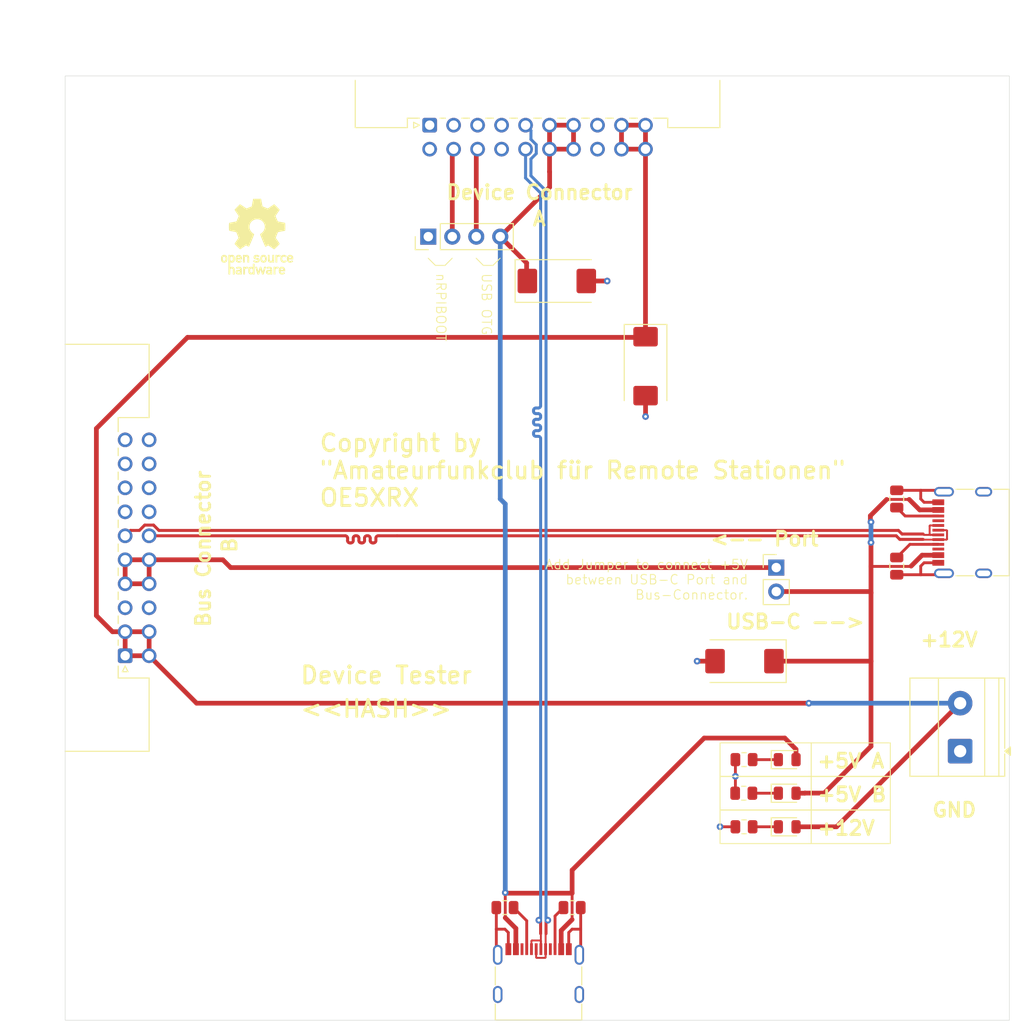
<source format=kicad_pcb>
(kicad_pcb (version 20241229) (generator "pcbnew") (generator_version "9.0")
  (title_block (title "Device Tester") (rev "<<HASH>>") (company "Amateurfunkclub für Remote Stationen") (comment 1 "JLC04161H-7628"))
  (layers (0 "F.Cu" signal) (4 "In1.Cu" power) (6 "In2.Cu" power) (2 "B.Cu" signal) (13 "F.Paste" user) (15 "B.Paste" user) (5 "F.SilkS" user "F.Silkscreen") (7 "B.SilkS" user "B.Silkscreen") (1 "F.Mask" user) (3 "B.Mask" user) (25 "Edge.Cuts" user))
  (net 0 "")
  (net 1 "+12V")
  (net 2 "Net-(D101-K)")
  (net 3 "Net-(D201-K)")
  (net 4 "+5V_A")
  (net 5 "Net-(D301-K)")
  (net 6 "+5V_B")
  (net 7 "GND")
  (net 8 "/Device Tester Connector/USB+")
  (net 9 "/Device Tester Connector/USB-")
  (net 10 "/Device Tester Connector/CC1")
  (net 11 "/Device Tester Connector/CC2")
  (net 12 "/Device Tester Connector/nRPIBOOT")
  (net 13 "/Device Tester Connector/USB_OTG_ID")
  (net 14 "/Bus Tester Connector/USB-")
  (net 15 "/Bus Tester Connector/USB+")
  (net 16 "/Bus Tester Connector/CC1")
  (net 17 "/Bus Tester Connector/CC2")
  (net 32 "Net-(J302-Pin_a4)")
  (footprint "Connector_PinHeader_2.54mm:PinHeader_1x02_P2.54mm_Vertical" (layer "F.Cu") (at 155.515 93.627)
    (property "Reference" "J303" (hide yes))
    (property "Value" "Conn_01x02_Pin" (hide yes))
    (pad "1" thru_hole rect (at 0 0) (size 1.7 1.7) (drill 1) (layers "*.Cu" "*.Mask") (net 32 "Net-(J302-Pin_a4)"))
    (pad "2" thru_hole circle (at 0 2.54) (size 1.7 1.7) (drill 1) (layers "*.Cu" "*.Mask") (net 6 "+5V_B"))
  )
  (footprint "MountingHole:MountingHole_3.2mm_M3" (layer "F.Cu") (at 85.204 49.062)
    (property "Reference" "H101" (hide yes))
    (property "Value" "MountingHole" (hide yes))
    (pad "" np_thru_hole circle (at 0 0) (size 3.2 3.2) (drill 3.2) (layers "*.Cu" "*.Mask"))
  )
  (footprint "Connector_USB:USB_C_Receptacle_G-Switch_GT-USB-7010ASV" (layer "F.Cu") (at 176.404 89.916 90)
    (property "Reference" "J301" (hide yes))
    (property "Value" "USB_C_Receptacle_USB2.0_16P" (hide yes))
    (pad "" np_thru_hole circle (at -2.89 -2.605 90) (size 0.65 0.65) (drill 0.65) (layers "*.Cu" "*.Mask"))
    (pad "" np_thru_hole circle (at 2.89 -2.605 90) (size 0.65 0.65) (drill 0.65) (layers "*.Cu" "*.Mask"))
    (pad "A1" smd rect (at -3.2 -3.725 90) (size 0.6 1.24) (layers "F.Cu" "F.Mask" "F.Paste") (net 7 "GND"))
    (pad "A4" smd rect (at -2.4 -3.725 90) (size 0.6 1.24) (layers "F.Cu" "F.Mask" "F.Paste") (net 6 "+5V_B"))
    (pad "A5" smd rect (at -1.25 -3.725 90) (size 0.3 1.24) (layers "F.Cu" "F.Mask" "F.Paste") (net 16 "/Bus Tester Connector/CC1"))
    (pad "A6" smd rect (at -0.25 -3.725 90) (size 0.3 1.24) (layers "F.Cu" "F.Mask" "F.Paste") (net 15 "/Bus Tester Connector/USB+"))
    (pad "A7" smd rect (at 0.25 -3.725 90) (size 0.3 1.24) (layers "F.Cu" "F.Mask" "F.Paste") (net 14 "/Bus Tester Connector/USB-"))
    (pad "A8" smd rect (at 1.25 -3.725 90) (size 0.3 1.24) (layers "F.Cu" "F.Mask" "F.Paste"))
    (pad "A9" smd rect (at 2.4 -3.725 90) (size 0.6 1.24) (layers "F.Cu" "F.Mask" "F.Paste") (net 6 "+5V_B"))
    (pad "A12" smd rect (at 3.2 -3.725 90) (size 0.6 1.24) (layers "F.Cu" "F.Mask" "F.Paste") (net 7 "GND"))
    (pad "B1" smd rect (at 3.2 -3.725 90) (size 0.6 1.24) (layers "F.Cu" "F.Mask" "F.Paste") (net 7 "GND"))
    (pad "B4" smd rect (at 2.4 -3.725 90) (size 0.6 1.24) (layers "F.Cu" "F.Mask" "F.Paste") (net 6 "+5V_B"))
    (pad "B5" smd rect (at 1.75 -3.725 90) (size 0.3 1.24) (layers "F.Cu" "F.Mask" "F.Paste") (net 17 "/Bus Tester Connector/CC2"))
    (pad "B6" smd rect (at 0.75 -3.725 90) (size 0.3 1.24) (layers "F.Cu" "F.Mask" "F.Paste") (net 15 "/Bus Tester Connector/USB+"))
    (pad "B7" smd rect (at -0.75 -3.725 90) (size 0.3 1.24) (layers "F.Cu" "F.Mask" "F.Paste") (net 14 "/Bus Tester Connector/USB-"))
    (pad "B8" smd rect (at -1.75 -3.725 90) (size 0.3 1.24) (layers "F.Cu" "F.Mask" "F.Paste"))
    (pad "B9" smd rect (at -2.4 -3.725 90) (size 0.6 1.24) (layers "F.Cu" "F.Mask" "F.Paste") (net 6 "+5V_B"))
    (pad "B12" smd rect (at -3.2 -3.725 90) (size 0.6 1.24) (layers "F.Cu" "F.Mask" "F.Paste") (net 7 "GND"))
    (pad "S1" thru_hole oval (at -4.32 -3.125 90) (size 1 2.1) (drill oval 0.6 1.7) (layers "*.Cu" "*.Mask") (net 7 "GND"))
    (pad "S1" thru_hole oval (at -4.32 1.075 90) (size 1 1.8) (drill oval 0.6 1.4) (layers "*.Cu" "*.Mask") (net 7 "GND"))
    (pad "S1" thru_hole oval (at 4.32 -3.125 90) (size 1 2.1) (drill oval 0.6 1.7) (layers "*.Cu" "*.Mask") (net 7 "GND"))
    (pad "S1" thru_hole oval (at 4.32 1.075 90) (size 1 1.8) (drill oval 0.6 1.4) (layers "*.Cu" "*.Mask") (net 7 "GND"))
  )
  (footprint "Connector_PinHeader_2.54mm:PinHeader_1x04_P2.54mm_Vertical" (layer "F.Cu") (at 118.662 58.58 90)
    (property "Reference" "J202" (hide yes))
    (property "Value" "Conn_01x04" (hide yes))
    (pad "1" thru_hole rect (at 0 0 90) (size 1.7 1.7) (drill 1) (layers "*.Cu" "*.Mask") (net 7 "GND"))
    (pad "2" thru_hole circle (at 0 2.54 90) (size 1.7 1.7) (drill 1) (layers "*.Cu" "*.Mask") (net 12 "/Device Tester Connector/nRPIBOOT"))
    (pad "3" thru_hole circle (at 0 5.08 90) (size 1.7 1.7) (drill 1) (layers "*.Cu" "*.Mask") (net 13 "/Device Tester Connector/USB_OTG_ID"))
    (pad "4" thru_hole circle (at 0 7.62 90) (size 1.7 1.7) (drill 1) (layers "*.Cu" "*.Mask") (net 4 "+5V_A"))
  )
  (footprint "Capacitor_Tantalum_SMD:CP_EIA-7343-43_Kemet-X" (layer "F.Cu") (at 141.672 72.296 -90)
    (property "Reference" "C101" (hide yes))
    (property "Value" "100u / 25V" (hide yes))
    (pad "1" smd roundrect (at -3.12 0 270) (size 2.07 2.59) (layers "F.Cu" "F.Mask" "F.Paste") (roundrect_rratio 0.120773) (net 1 "+12V"))
    (pad "2" smd roundrect (at 3.12 0 270) (size 2.07 2.59) (layers "F.Cu" "F.Mask" "F.Paste") (roundrect_rratio 0.120773) (net 7 "GND"))
  )
  (footprint "MountingHole:MountingHole_3.2mm_M3" (layer "F.Cu") (at 175.204 134.062)
    (property "Reference" "H104" (hide yes))
    (property "Value" "MountingHole" (hide yes))
    (pad "" np_thru_hole circle (at 0 0) (size 3.2 3.2) (drill 3.2) (layers "*.Cu" "*.Mask"))
  )
  (footprint "PRJ:PCN10C-20S-2.54DS" (layer "F.Cu") (at 86.554 102.962 90)
    (property "Reference" "J302" (hide yes))
    (property "Value" "Conn_02x10_Row_Letter_First" (hide yes))
    (pad "" np_thru_hole circle (at -7.62 -2.54 90) (size 2.85 2.85) (drill 2.85) (layers "F&B.Cu" "*.Mask"))
    (pad "" np_thru_hole circle (at 30.48 -2.54 90) (size 2.85 2.85) (drill 2.85) (layers "F&B.Cu" "*.Mask"))
    (pad "a1" thru_hole roundrect (at 0 0 90) (size 1.55 1.55) (drill 1) (layers "*.Cu" "*.Mask") (roundrect_rratio 0.16129) (net 1 "+12V"))
    (pad "a2" thru_hole circle (at 2.54 0 90) (size 1.55 1.55) (drill 1) (layers "*.Cu" "*.Mask") (net 1 "+12V"))
    (pad "a3" thru_hole circle (at 5.08 0 90) (size 1.55 1.55) (drill 1) (layers "*.Cu" "*.Mask") (net 7 "GND"))
    (pad "a4" thru_hole circle (at 7.62 0 90) (size 1.55 1.55) (drill 1) (layers "*.Cu" "*.Mask") (net 32 "Net-(J302-Pin_a4)"))
    (pad "a5" thru_hole circle (at 10.16 0 90) (size 1.55 1.55) (drill 1) (layers "*.Cu" "*.Mask") (net 32 "Net-(J302-Pin_a4)"))
    (pad "a6" thru_hole circle (at 12.7 0 90) (size 1.55 1.55) (drill 1) (layers "*.Cu" "*.Mask") (net 15 "/Bus Tester Connector/USB+"))
    (pad "a7" thru_hole circle (at 15.24 0 90) (size 1.55 1.55) (drill 1) (layers "*.Cu" "*.Mask"))
    (pad "a8" thru_hole circle (at 17.78 0 90) (size 1.55 1.55) (drill 1) (layers "*.Cu" "*.Mask"))
    (pad "a9" thru_hole circle (at 20.32 0 90) (size 1.55 1.55) (drill 1) (layers "*.Cu" "*.Mask"))
    (pad "a10" thru_hole circle (at 22.86 0 90) (size 1.55 1.55) (drill 1) (layers "*.Cu" "*.Mask") (net 7 "GND"))
    (pad "b1" thru_hole circle (at 0 2.54 90) (size 1.55 1.55) (drill 1) (layers "*.Cu" "*.Mask") (net 1 "+12V"))
    (pad "b2" thru_hole circle (at 2.54 2.54 90) (size 1.55 1.55) (drill 1) (layers "*.Cu" "*.Mask") (net 1 "+12V"))
    (pad "b3" thru_hole circle (at 5.08 2.54 90) (size 1.55 1.55) (drill 1) (layers "*.Cu" "*.Mask") (net 7 "GND"))
    (pad "b4" thru_hole circle (at 7.62 2.54 90) (size 1.55 1.55) (drill 1) (layers "*.Cu" "*.Mask") (net 32 "Net-(J302-Pin_a4)"))
    (pad "b5" thru_hole circle (at 10.16 2.54 90) (size 1.55 1.55) (drill 1) (layers "*.Cu" "*.Mask") (net 32 "Net-(J302-Pin_a4)"))
    (pad "b6" thru_hole circle (at 12.7 2.54 90) (size 1.55 1.55) (drill 1) (layers "*.Cu" "*.Mask") (net 14 "/Bus Tester Connector/USB-"))
    (pad "b7" thru_hole circle (at 15.24 2.54 90) (size 1.55 1.55) (drill 1) (layers "*.Cu" "*.Mask"))
    (pad "b8" thru_hole circle (at 17.78 2.54 90) (size 1.55 1.55) (drill 1) (layers "*.Cu" "*.Mask"))
    (pad "b9" thru_hole circle (at 20.32 2.54 90) (size 1.55 1.55) (drill 1) (layers "*.Cu" "*.Mask"))
    (pad "b10" thru_hole circle (at 22.86 2.54 90) (size 1.55 1.55) (drill 1) (layers "*.Cu" "*.Mask") (net 7 "GND"))
  )
  (footprint "Connector_USB:USB_C_Receptacle_G-Switch_GT-USB-7010ASV" (layer "F.Cu") (at 130.336 137.762)
    (property "Reference" "J201" (hide yes))
    (property "Value" "USB_C_Receptacle_USB2.0_16P" (hide yes))
    (pad "" np_thru_hole circle (at -2.89 -2.605) (size 0.65 0.65) (drill 0.65) (layers "*.Cu" "*.Mask"))
    (pad "" np_thru_hole circle (at 2.89 -2.605) (size 0.65 0.65) (drill 0.65) (layers "*.Cu" "*.Mask"))
    (pad "A1" smd rect (at -3.2 -3.725) (size 0.6 1.24) (layers "F.Cu" "F.Mask" "F.Paste") (net 7 "GND"))
    (pad "A4" smd rect (at -2.4 -3.725) (size 0.6 1.24) (layers "F.Cu" "F.Mask" "F.Paste") (net 4 "+5V_A"))
    (pad "A5" smd rect (at -1.25 -3.725) (size 0.3 1.24) (layers "F.Cu" "F.Mask" "F.Paste") (net 10 "/Device Tester Connector/CC1"))
    (pad "A6" smd rect (at -0.25 -3.725) (size 0.3 1.24) (layers "F.Cu" "F.Mask" "F.Paste") (net 8 "/Device Tester Connector/USB+"))
    (pad "A7" smd rect (at 0.25 -3.725) (size 0.3 1.24) (layers "F.Cu" "F.Mask" "F.Paste") (net 9 "/Device Tester Connector/USB-"))
    (pad "A8" smd rect (at 1.25 -3.725) (size 0.3 1.24) (layers "F.Cu" "F.Mask" "F.Paste"))
    (pad "A9" smd rect (at 2.4 -3.725) (size 0.6 1.24) (layers "F.Cu" "F.Mask" "F.Paste") (net 4 "+5V_A"))
    (pad "A12" smd rect (at 3.2 -3.725) (size 0.6 1.24) (layers "F.Cu" "F.Mask" "F.Paste") (net 7 "GND"))
    (pad "B1" smd rect (at 3.2 -3.725) (size 0.6 1.24) (layers "F.Cu" "F.Mask" "F.Paste") (net 7 "GND"))
    (pad "B4" smd rect (at 2.4 -3.725) (size 0.6 1.24) (layers "F.Cu" "F.Mask" "F.Paste") (net 4 "+5V_A"))
    (pad "B5" smd rect (at 1.75 -3.725) (size 0.3 1.24) (layers "F.Cu" "F.Mask" "F.Paste") (net 11 "/Device Tester Connector/CC2"))
    (pad "B6" smd rect (at 0.75 -3.725) (size 0.3 1.24) (layers "F.Cu" "F.Mask" "F.Paste") (net 8 "/Device Tester Connector/USB+"))
    (pad "B7" smd rect (at -0.75 -3.725) (size 0.3 1.24) (layers "F.Cu" "F.Mask" "F.Paste") (net 9 "/Device Tester Connector/USB-"))
    (pad "B8" smd rect (at -1.75 -3.725) (size 0.3 1.24) (layers "F.Cu" "F.Mask" "F.Paste"))
    (pad "B9" smd rect (at -2.4 -3.725) (size 0.6 1.24) (layers "F.Cu" "F.Mask" "F.Paste") (net 4 "+5V_A"))
    (pad "B12" smd rect (at -3.2 -3.725) (size 0.6 1.24) (layers "F.Cu" "F.Mask" "F.Paste") (net 7 "GND"))
    (pad "S1" thru_hole oval (at -4.32 -3.125) (size 1 2.1) (drill oval 0.6 1.7) (layers "*.Cu" "*.Mask") (net 7 "GND"))
    (pad "S1" thru_hole oval (at -4.32 1.075) (size 1 1.8) (drill oval 0.6 1.4) (layers "*.Cu" "*.Mask") (net 7 "GND"))
    (pad "S1" thru_hole oval (at 4.32 -3.125) (size 1 2.1) (drill oval 0.6 1.7) (layers "*.Cu" "*.Mask") (net 7 "GND"))
    (pad "S1" thru_hole oval (at 4.32 1.075) (size 1 1.8) (drill oval 0.6 1.4) (layers "*.Cu" "*.Mask") (net 7 "GND"))
  )
  (footprint "Capacitor_Tantalum_SMD:CP_EIA-7343-43_Kemet-X" (layer "F.Cu") (at 132.274 63.279)
    (property "Reference" "C201" (hide yes))
    (property "Value" "100u / 25V" (hide yes))
    (pad "1" smd roundrect (at -3.12 0) (size 2.07 2.59) (layers "F.Cu" "F.Mask" "F.Paste") (roundrect_rratio 0.120773) (net 4 "+5V_A"))
    (pad "2" smd roundrect (at 3.12 0) (size 2.07 2.59) (layers "F.Cu" "F.Mask" "F.Paste") (roundrect_rratio 0.120773) (net 7 "GND"))
  )
  (footprint "Symbol:OSHW-Logo_7.5x8mm_SilkScreen" (layer "F.Cu") (at 100.524 58.58)
    (property "Reference" "#SYM101" (hide yes))
    (property "Value" "OSHW-Logo_7.5x8mm_SilkScreen" (hide yes))
  )
  (footprint "LED_SMD:LED_0805_2012Metric" (layer "F.Cu") (at 156.672 117.522)
    (property "Reference" "D301" (hide yes))
    (property "Value" "LED" (hide yes))
    (pad "1" smd roundrect (at -0.9375 0) (size 0.975 1.4) (layers "F.Cu" "F.Mask" "F.Paste") (net 5 "Net-(D301-K)"))
    (pad "2" smd roundrect (at 0.9375 0) (size 0.975 1.4) (layers "F.Cu" "F.Mask" "F.Paste") (net 6 "+5V_B"))
  )
  (footprint "MountingHole:MountingHole_3.2mm_M3" (layer "F.Cu") (at 85.204 134.062)
    (property "Reference" "H103" (hide yes))
    (property "Value" "MountingHole" (hide yes))
    (pad "" np_thru_hole circle (at 0 0) (size 3.2 3.2) (drill 3.2) (layers "*.Cu" "*.Mask"))
  )
  (footprint "Resistor_SMD:R_0805_2012Metric" (layer "F.Cu") (at 133.892 129.634)
    (property "Reference" "R202" (hide yes))
    (property "Value" "5k1" (hide yes))
    (pad "1" smd roundrect (at -0.9125 0) (size 1.025 1.4) (layers "F.Cu" "F.Mask" "F.Paste") (roundrect_rratio 0.243902) (net 11 "/Device Tester Connector/CC2"))
    (pad "2" smd roundrect (at 0.9125 0) (size 1.025 1.4) (layers "F.Cu" "F.Mask" "F.Paste") (roundrect_rratio 0.243902) (net 7 "GND"))
  )
  (footprint "Resistor_SMD:R_0805_2012Metric" (layer "F.Cu") (at 168.276 93.472 -90)
    (property "Reference" "R301" (hide yes))
    (property "Value" "5k1" (hide yes))
    (pad "1" smd roundrect (at -0.9125 0 270) (size 1.025 1.4) (layers "F.Cu" "F.Mask" "F.Paste") (roundrect_rratio 0.243902) (net 16 "/Bus Tester Connector/CC1"))
    (pad "2" smd roundrect (at 0.9125 0 270) (size 1.025 1.4) (layers "F.Cu" "F.Mask" "F.Paste") (roundrect_rratio 0.243902) (net 7 "GND"))
  )
  (footprint "Resistor_SMD:R_0805_2012Metric" (layer "F.Cu") (at 152.1 121.078 180)
    (property "Reference" "R101" (hide yes))
    (property "Value" "2k2" (hide yes))
    (pad "1" smd roundrect (at -0.9125 0 180) (size 1.025 1.4) (layers "F.Cu" "F.Mask" "F.Paste") (roundrect_rratio 0.243902) (net 2 "Net-(D101-K)"))
    (pad "2" smd roundrect (at 0.9125 0 180) (size 1.025 1.4) (layers "F.Cu" "F.Mask" "F.Paste") (roundrect_rratio 0.243902) (net 7 "GND"))
  )
  (footprint "Resistor_SMD:R_0805_2012Metric" (layer "F.Cu") (at 168.276 86.36 90)
    (property "Reference" "R302" (hide yes))
    (property "Value" "5k1" (hide yes))
    (pad "1" smd roundrect (at -0.9125 0 90) (size 1.025 1.4) (layers "F.Cu" "F.Mask" "F.Paste") (roundrect_rratio 0.243902) (net 17 "/Bus Tester Connector/CC2"))
    (pad "2" smd roundrect (at 0.9125 0 90) (size 1.025 1.4) (layers "F.Cu" "F.Mask" "F.Paste") (roundrect_rratio 0.243902) (net 7 "GND"))
  )
  (footprint "LED_SMD:LED_0805_2012Metric" (layer "F.Cu") (at 156.672 113.966)
    (property "Reference" "D201" (hide yes))
    (property "Value" "LED" (hide yes))
    (pad "1" smd roundrect (at -0.9375 0) (size 0.975 1.4) (layers "F.Cu" "F.Mask" "F.Paste") (net 3 "Net-(D201-K)"))
    (pad "2" smd roundrect (at 0.9375 0) (size 0.975 1.4) (layers "F.Cu" "F.Mask" "F.Paste") (net 4 "+5V_A"))
  )
  (footprint "LED_SMD:LED_0805_2012Metric" (layer "F.Cu") (at 156.672 121.078)
    (property "Reference" "D101" (hide yes))
    (property "Value" "LED" (hide yes))
    (pad "1" smd roundrect (at -0.9375 0) (size 0.975 1.4) (layers "F.Cu" "F.Mask" "F.Paste") (net 2 "Net-(D101-K)"))
    (pad "2" smd roundrect (at 0.9375 0) (size 0.975 1.4) (layers "F.Cu" "F.Mask" "F.Paste") (net 1 "+12V"))
  )
  (footprint "Capacitor_Tantalum_SMD:CP_EIA-7343-43_Kemet-X" (layer "F.Cu") (at 152.1505 103.538 180)
    (property "Reference" "C301" (hide yes))
    (property "Value" "100u / 25V" (hide yes))
    (pad "1" smd roundrect (at -3.12 0 180) (size 2.07 2.59) (layers "F.Cu" "F.Mask" "F.Paste") (roundrect_rratio 0.120773) (net 6 "+5V_B"))
    (pad "2" smd roundrect (at 3.12 0 180) (size 2.07 2.59) (layers "F.Cu" "F.Mask" "F.Paste") (roundrect_rratio 0.120773) (net 7 "GND"))
  )
  (footprint "TerminalBlock_Phoenix:TerminalBlock_Phoenix_MKDS-1,5-2-5.08_1x02_P5.08mm_Horizontal" (layer "F.Cu") (at 174.9915 113.068 90)
    (property "Reference" "J101" (hide yes))
    (property "Value" "Screw_Terminal_01x02" (hide yes))
    (pad "1" thru_hole roundrect (at 0 0 90) (size 2.6 2.6) (drill 1.3) (layers "*.Cu" "*.Mask") (roundrect_rratio 0.096154) (net 7 "GND"))
    (pad "2" thru_hole circle (at 5.08 0 90) (size 2.6 2.6) (drill 1.3) (layers "*.Cu" "*.Mask") (net 1 "+12V"))
  )
  (footprint "Resistor_SMD:R_0805_2012Metric" (layer "F.Cu") (at 126.78 129.634 180)
    (property "Reference" "R201" (hide yes))
    (property "Value" "5k1" (hide yes))
    (pad "1" smd roundrect (at -0.9125 0 180) (size 1.025 1.4) (layers "F.Cu" "F.Mask" "F.Paste") (roundrect_rratio 0.243902) (net 10 "/Device Tester Connector/CC1"))
    (pad "2" smd roundrect (at 0.9125 0 180) (size 1.025 1.4) (layers "F.Cu" "F.Mask" "F.Paste") (roundrect_rratio 0.243902) (net 7 "GND"))
  )
  (footprint "Resistor_SMD:R_0805_2012Metric" (layer "F.Cu") (at 152.075 117.522 180)
    (property "Reference" "R303" (hide yes))
    (property "Value" "1k" (hide yes))
    (pad "1" smd roundrect (at -0.9125 0 180) (size 1.025 1.4) (layers "F.Cu" "F.Mask" "F.Paste") (roundrect_rratio 0.243902) (net 5 "Net-(D301-K)"))
    (pad "2" smd roundrect (at 0.9125 0 180) (size 1.025 1.4) (layers "F.Cu" "F.Mask" "F.Paste") (roundrect_rratio 0.243902) (net 7 "GND"))
  )
  (footprint "Resistor_SMD:R_0805_2012Metric" (layer "F.Cu") (at 152.1 113.966 180)
    (property "Reference" "R203" (hide yes))
    (property "Value" "1k" (hide yes))
    (pad "1" smd roundrect (at -0.9125 0 180) (size 1.025 1.4) (layers "F.Cu" "F.Mask" "F.Paste") (roundrect_rratio 0.243902) (net 3 "Net-(D201-K)"))
    (pad "2" smd roundrect (at 0.9125 0 180) (size 1.025 1.4) (layers "F.Cu" "F.Mask" "F.Paste") (roundrect_rratio 0.243902) (net 7 "GND"))
  )
  (footprint "MountingHole:MountingHole_3.2mm_M3" (layer "F.Cu") (at 175.204 49.062)
    (property "Reference" "H102" (hide yes))
    (property "Value" "MountingHole" (hide yes))
    (pad "" np_thru_hole circle (at 0 0) (size 3.2 3.2) (drill 3.2) (layers "*.Cu" "*.Mask"))
  )
  (footprint "PRJ:PCN10-20P-2.54DS" (layer "F.Cu") (at 118.804 46.775)
    (property "Reference" "J203" (hide yes))
    (property "Value" "Conn_02x10_Row_Letter_First" (hide yes))
    (pad "" np_thru_hole circle (at -5.08 -2.54) (size 2.85 2.85) (drill 2.85) (layers "*.Cu" "*.Mask"))
    (pad "" np_thru_hole circle (at 27.94 -2.54) (size 2.85 2.85) (drill 2.85) (layers "*.Cu" "*.Mask"))
    (pad "a1" thru_hole roundrect (at 0 0) (size 1.55 1.55) (drill 1) (layers "*.Cu" "*.Mask") (roundrect_rratio 0.16129) (net 7 "GND"))
    (pad "a2" thru_hole circle (at 2.54 0) (size 1.55 1.55) (drill 1) (layers "*.Cu" "*.Mask"))
    (pad "a3" thru_hole circle (at 5.08 0) (size 1.55 1.55) (drill 1) (layers "*.Cu" "*.Mask"))
    (pad "a4" thru_hole circle (at 7.62 0) (size 1.55 1.55) (drill 1) (layers "*.Cu" "*.Mask"))
    (pad "a5" thru_hole circle (at 10.16 0) (size 1.55 1.55) (drill 1) (layers "*.Cu" "*.Mask") (net 8 "/Device Tester Connector/USB+"))
    (pad "a6" thru_hole circle (at 12.7 0) (size 1.55 1.55) (drill 1) (layers "*.Cu" "*.Mask") (net 4 "+5V_A"))
    (pad "a7" thru_hole circle (at 15.24 0) (size 1.55 1.55) (drill 1) (layers "*.Cu" "*.Mask") (net 4 "+5V_A"))
    (pad "a8" thru_hole circle (at 17.78 0) (size 1.55 1.55) (drill 1) (layers "*.Cu" "*.Mask") (net 7 "GND"))
    (pad "a9" thru_hole circle (at 20.32 0) (size 1.55 1.55) (drill 1) (layers "*.Cu" "*.Mask") (net 1 "+12V"))
    (pad "a10" thru_hole circle (at 22.86 0) (size 1.55 1.55) (drill 1) (layers "*.Cu" "*.Mask") (net 1 "+12V"))
    (pad "b1" thru_hole circle (at 0 2.54) (size 1.55 1.55) (drill 1) (layers "*.Cu" "*.Mask") (net 7 "GND"))
    (pad "b2" thru_hole circle (at 2.54 2.54) (size 1.55 1.55) (drill 1) (layers "*.Cu" "*.Mask") (net 12 "/Device Tester Connector/nRPIBOOT"))
    (pad "b3" thru_hole circle (at 5.08 2.54) (size 1.55 1.55) (drill 1) (layers "*.Cu" "*.Mask") (net 13 "/Device Tester Connector/USB_OTG_ID"))
    (pad "b4" thru_hole circle (at 7.62 2.54) (size 1.55 1.55) (drill 1) (layers "*.Cu" "*.Mask"))
    (pad "b5" thru_hole circle (at 10.16 2.54) (size 1.55 1.55) (drill 1) (layers "*.Cu" "*.Mask") (net 9 "/Device Tester Connector/USB-"))
    (pad "b6" thru_hole circle (at 12.7 2.54) (size 1.55 1.55) (drill 1) (layers "*.Cu" "*.Mask") (net 4 "+5V_A"))
    (pad "b7" thru_hole circle (at 15.24 2.54) (size 1.55 1.55) (drill 1) (layers "*.Cu" "*.Mask") (net 4 "+5V_A"))
    (pad "b8" thru_hole circle (at 17.78 2.54) (size 1.55 1.55) (drill 1) (layers "*.Cu" "*.Mask") (net 7 "GND"))
    (pad "b9" thru_hole circle (at 20.32 2.54) (size 1.55 1.55) (drill 1) (layers "*.Cu" "*.Mask") (net 1 "+12V"))
    (pad "b10" thru_hole circle (at 22.86 2.54) (size 1.55 1.55) (drill 1) (layers "*.Cu" "*.Mask") (net 1 "+12V"))
  )
  (gr_rect (start 159.212 112.188) (end 167.594 115.744) (stroke (width 0.1)) (fill no) (layer "F.SilkS"))
  (gr_rect (start 159.212 119.3) (end 167.594 122.856) (stroke (width 0.1)) (fill no) (layer "F.SilkS"))
  (gr_line (start 125.51 61.628) (end 126.272 60.866) (stroke (width 0.1)) (layer "F.SilkS"))
  (gr_line (start 123.732 60.866) (end 124.494 61.628) (stroke (width 0.1)) (layer "F.SilkS"))
  (gr_rect (start 159.212 115.744) (end 167.594 119.3) (stroke (width 0.1)) (fill no) (layer "F.SilkS"))
  (gr_line (start 119.414 61.628) (end 120.43 61.628) (stroke (width 0.1)) (layer "F.SilkS"))
  (gr_rect (start 149.56 112.188) (end 159.212 115.744) (stroke (width 0.1)) (fill no) (layer "F.SilkS"))
  (gr_line (start 124.494 61.628) (end 125.51 61.628) (stroke (width 0.1)) (layer "F.SilkS"))
  (gr_line (start 118.652 60.866) (end 119.414 61.628) (stroke (width 0.1)) (layer "F.SilkS"))
  (gr_line (start 120.43 61.628) (end 121.192 60.866) (stroke (width 0.1)) (layer "F.SilkS"))
  (gr_rect (start 149.56 115.744) (end 159.212 119.3) (stroke (width 0.1)) (fill no) (layer "F.SilkS"))
  (gr_rect (start 149.56 119.3) (end 159.212 122.856) (stroke (width 0.1)) (fill no) (layer "F.SilkS"))
  (gr_rect (start 80.204 41.562) (end 180.204 141.562) (stroke (width 0.05)) (fill no) (layer "Edge.Cuts"))
  (gr_text "A" (at 129.574 57.564 0) (layer "F.SilkS") (effects (font (size 1.5 1.5) (thickness 0.3) (bold yes)) (justify left bottom)))
  (gr_text "<<HASH>>" (at 104.969 109.634 0) (layer "F.SilkS") (effects (font (size 1.8 1.8) (thickness 0.3) (bold yes)) (justify left bottom)))
  (gr_text "<-- Port" (at 148.403 91.473 0) (layer "F.SilkS") (effects (font (size 1.5 1.5) (thickness 0.3) (bold yes)) (justify left bottom)))
  (gr_text "+5V A" (at 159.72 114.982 0) (layer "F.SilkS") (effects (font (size 1.5 1.5) (thickness 0.3) (bold yes)) (justify left bottom)))
  (gr_text "B" (at 98.492 92.202 90) (layer "F.SilkS") (effects (font (size 1.5 1.5) (thickness 0.3) (bold yes)) (justify left bottom)))
  (gr_text "Bus Connector" (at 95.698 100.076 90) (layer "F.SilkS") (effects (font (size 1.5 1.5) (thickness 0.3) (bold yes)) (justify left bottom)))
  (gr_text "Device Tester" (at 104.969 106.078 0) (layer "F.SilkS") (effects (font (size 1.8 1.8) (thickness 0.3) (bold yes)) (justify left bottom)))
  (gr_text "GND" (at 171.8925 120.175 0) (layer "F.SilkS") (effects (font (size 1.5 1.5) (thickness 0.3) (bold yes)) (justify left bottom)))
  (gr_text "+5V B" (at 159.72 118.538 0) (layer "F.SilkS") (effects (font (size 1.5 1.5) (thickness 0.3) (bold yes)) (justify left bottom)))
  (gr_text "Device Connector" (at 120.43 54.77 0) (layer "F.SilkS") (effects (font (size 1.5 1.5) (thickness 0.3) (bold yes)) (justify left bottom)))
  (gr_text "nRPIBOOT" (at 119.414 62.39 270) (layer "F.SilkS") (effects (font (size 1 1) (thickness 0.1)) (justify left bottom)))
  (gr_text "Add Jumper to connect +5V\nbetween USB-C Port and\nBus-Connector." (at 152.594 94.902 0) (layer "F.SilkS") (effects (font (size 1 1) (thickness 0.1)) (justify right)))
  (gr_text "+12V" (at 170.6225 102.141 0) (layer "F.SilkS") (effects (font (size 1.5 1.5) (thickness 0.3) (bold yes)) (justify left bottom)))
  (gr_text "+12V" (at 159.72 122.094 0) (layer "F.SilkS") (effects (font (size 1.5 1.5) (thickness 0.3) (bold yes)) (justify left bottom)))
  (gr_text "USB-C -->" (at 150.054 100.236 0) (layer "F.SilkS") (effects (font (size 1.5 1.5) (thickness 0.3) (bold yes)) (justify left bottom)))
  (gr_text "USB OTG" (at 124.24 62.39 -90) (layer "F.SilkS") (effects (font (size 1 1) (thickness 0.1)) (justify left bottom)))
  (gr_text "Copyright by\n{dblquote}Amateurfunkclub für Remote Stationen{dblquote}\nOE5XRX" (at 107.001 87.282 0) (layer "F.SilkS") (effects (font (size 1.8 1.8) (thickness 0.3) (bold yes)) (justify left bottom)))
  (segment (start 174.9915 107.988) (end 174.8925 107.889) (width 0.5) (layer "F.Cu") (net 1))
  (segment (start 89.094 100.422) (end 89.094 102.962) (width 0.5) (layer "F.Cu") (net 1))
  (segment (start 141.664 49.315) (end 141.664 69.088) (width 0.5) (layer "F.Cu") (net 1))
  (segment (start 141.57 69.146) (end 141.672 69.248) (width 0.5) (layer "F.Cu") (net 1))
  (segment (start 85.216 100.422) (end 86.554 100.422) (width 0.5) (layer "F.Cu") (net 1))
  (segment (start 141.664 49.315) (end 141.664 46.775) (width 0.5) (layer "F.Cu") (net 1))
  (segment (start 141.672 69.248) (end 93.158 69.248) (width 0.5) (layer "F.Cu") (net 1))
  (segment (start 157.6095 121.078) (end 161.9015 121.078) (width 0.5) (layer "F.Cu") (net 1))
  (segment (start 83.506 78.9) (end 83.506 98.712) (width 0.5) (layer "F.Cu") (net 1))
  (segment (start 86.554 102.962) (end 86.554 100.422) (width 0.5) (layer "F.Cu") (net 1))
  (segment (start 161.9015 121.078) (end 174.9915 107.988) (width 0.5) (layer "F.Cu") (net 1))
  (segment (start 141.664 46.775) (end 139.124 46.775) (width 0.5) (layer "F.Cu") (net 1))
  (segment (start 158.963 107.988) (end 94.12 107.988) (width 0.5) (layer "F.Cu") (net 1))
  (segment (start 86.554 100.422) (end 89.094 100.422) (width 0.5) (layer "F.Cu") (net 1))
  (segment (start 83.506 98.712) (end 85.216 100.422) (width 0.5) (layer "F.Cu") (net 1))
  (segment (start 141.664 69.088) (end 141.672 69.096) (width 0.5) (layer "F.Cu") (net 1))
  (segment (start 157.688 121.1565) (end 157.6095 121.078) (width 0.5) (layer "F.Cu") (net 1))
  (segment (start 93.158 69.248) (end 83.506 78.9) (width 0.5) (layer "F.Cu") (net 1))
  (segment (start 89.094 102.962) (end 86.554 102.962) (width 0.5) (layer "F.Cu") (net 1))
  (segment (start 139.124 49.315) (end 141.664 49.315) (width 0.5) (layer "F.Cu") (net 1))
  (segment (start 94.12 107.988) (end 89.094 102.962) (width 0.5) (layer "F.Cu") (net 1))
  (segment (start 139.124 46.775) (end 139.124 49.315) (width 0.5) (layer "F.Cu") (net 1))
  (via (at 158.963 107.988) (size 0.7) (drill 0.3) (layers "F.Cu" "B.Cu") (net 1))
  (segment (start 158.963 107.988) (end 158.958 107.983) (width 0.5) (layer "B.Cu") (net 1))
  (segment (start 174.9915 107.988) (end 158.963 107.988) (width 0.5) (layer "B.Cu") (net 1))
  (segment (start 158.963 107.988) (end 158.963 108.105) (width 0.5) (layer "B.Cu") (net 1))
  (segment (start 153.0125 121.078) (end 155.7345 121.078) (width 0.3) (layer "F.Cu") (net 2))
  (segment (start 155.7345 113.966) (end 153.0125 113.966) (width 0.3) (layer "F.Cu") (net 3))
  (segment (start 131.504 49.315) (end 131.504 46.775) (width 0.5) (layer "F.Cu") (net 4))
  (segment (start 134.044 49.315) (end 131.504 49.315) (width 0.5) (layer "F.Cu") (net 4))
  (segment (start 131.512 51.722) (end 131.512 53.35) (width 0.5) (layer "F.Cu") (net 4))
  (segment (start 126.78 128.082) (end 126.813 128.049) (width 0.3493) (layer "F.Cu") (net 4))
  (segment (start 129.074 61.372) (end 126.282 58.58) (width 0.5) (layer "F.Cu") (net 4))
  (segment (start 127.936 131.839) (end 126.813 130.716) (width 0.5) (layer "F.Cu") (net 4))
  (segment (start 133.892 130.904) (end 133.892 128.11) (width 0.3) (layer "F.Cu") (net 4))
  (segment (start 132.736 134.037) (end 132.736 132.06) (width 0.5) (layer "F.Cu") (net 4))
  (segment (start 131.504 49.315) (end 131.504 51.714) (width 0.5) (layer "F.Cu") (net 4))
  (segment (start 131.504 46.775) (end 134.044 46.775) (width 0.5) (layer "F.Cu") (net 4))
  (segment (start 134.044 46.775) (end 134.044 49.315) (width 0.5) (layer "F.Cu") (net 4))
  (segment (start 133.892 128.11) (end 133.892 125.669) (width 0.5) (layer "F.Cu") (net 4))
  (segment (start 126.874 128.11) (end 126.813 128.049) (width 0.5) (layer "F.Cu") (net 4))
  (segment (start 129.074 63.279) (end 129.074 61.372) (width 0.5) (layer "F.Cu") (net 4))
  (segment (start 131.512 53.35) (end 126.282 58.58) (width 0.5) (layer "F.Cu") (net 4))
  (segment (start 133.892 125.669) (end 147.881 111.68) (width 0.5) (layer "F.Cu") (net 4))
  (segment (start 131.504 51.714) (end 131.512 51.722) (width 0.5) (layer "F.Cu") (net 4))
  (segment (start 147.881 111.68) (end 156.418 111.68) (width 0.5) (layer "F.Cu") (net 4))
  (segment (start 126.813 130.716) (end 126.813 128.049) (width 0.3) (layer "F.Cu") (net 4))
  (segment (start 132.736 132.06) (end 133.892 130.904) (width 0.5) (layer "F.Cu") (net 4))
  (segment (start 133.892 128.11) (end 126.874 128.11) (width 0.5) (layer "F.Cu") (net 4))
  (segment (start 157.6095 112.8715) (end 157.6095 113.966) (width 0.5) (layer "F.Cu") (net 4))
  (segment (start 156.418 111.68) (end 157.6095 112.8715) (width 0.5) (layer "F.Cu") (net 4))
  (segment (start 127.936 134.037) (end 127.936 131.839) (width 0.5) (layer "F.Cu") (net 4))
  (via (at 126.813 128.049) (size 0.7) (drill 0.3) (layers "F.Cu" "B.Cu") (net 4))
  (segment (start 126.282 86.36) (end 126.282 58.58) (width 0.5) (layer "B.Cu") (net 4))
  (segment (start 126.813 128.049) (end 126.813 86.891) (width 0.5) (layer "B.Cu") (net 4))
  (segment (start 126.813 86.891) (end 126.282 86.36) (width 0.5) (layer "B.Cu") (net 4))
  (segment (start 152.9875 117.522) (end 155.7345 117.522) (width 0.3) (layer "F.Cu") (net 5))
  (segment (start 165.548 103.538) (end 165.548 112.555) (width 0.5) (layer "F.Cu") (net 6))
  (segment (start 165.548 103.538) (end 155.263 103.538) (width 0.5) (layer "F.Cu") (net 6))
  (segment (start 165.548 112.555) (end 160.595 117.508) (width 0.5) (layer "F.Cu") (net 6))
  (segment (start 170.702 87.516) (end 169.596 86.41) (width 0.5) (layer "F.Cu") (net 6))
  (segment (start 165.548 93.505) (end 165.548 96.299) (width 0.5) (layer "F.Cu") (net 6))
  (segment (start 172.679 87.516) (end 170.702 87.516) (width 0.5) (layer "F.Cu") (net 6))
  (segment (start 169.8 93.472) (end 169.767 93.505) (width 0.3) (layer "F.Cu") (net 6))
  (segment (start 169.596 86.41) (end 167.21 86.41) (width 0.3) (layer "F.Cu") (net 6))
  (segment (start 167.21 86.41) (end 165.482 88.138) (width 0.5) (layer "F.Cu") (net 6))
  (segment (start 165.416 96.167) (end 155.515 96.167) (width 0.5) (layer "F.Cu") (net 6))
  (segment (start 158.563 117.508) (end 158.549 117.522) (width 0.5) (layer "F.Cu") (net 6))
  (segment (start 158.549 117.522) (end 157.6095 117.522) (width 0.5) (layer "F.Cu") (net 6))
  (segment (start 172.679 92.316) (end 170.956 92.316) (width 0.5) (layer "F.Cu") (net 6))
  (segment (start 165.548 90.969734) (end 165.548 93.505) (width 0.5) (layer "F.Cu") (net 6))
  (segment (start 165.548 96.299) (end 165.548 103.538) (width 0.5) (layer "F.Cu") (net 6))
  (segment (start 165.548 96.299) (end 165.416 96.167) (width 0.5) (layer "F.Cu") (net 6))
  (segment (start 169.767 93.505) (end 165.548 93.505) (width 0.3) (layer "F.Cu") (net 6))
  (segment (start 165.482 88.74) (end 165.548 88.806) (width 0.5) (layer "F.Cu") (net 6))
  (segment (start 170.956 92.316) (end 169.8 93.472) (width 0.5) (layer "F.Cu") (net 6))
  (segment (start 165.482 88.138) (end 165.482 88.74) (width 0.5) (layer "F.Cu") (net 6))
  (segment (start 160.595 117.508) (end 158.563 117.508) (width 0.5) (layer "F.Cu") (net 6))
  (via (at 165.548 90.969734) (size 0.7) (drill 0.3) (layers "F.Cu" "B.Cu") (net 6))
  (via (at 165.548 88.806) (size 0.7) (drill 0.3) (layers "F.Cu" "B.Cu") (net 6))
  (segment (start 165.548 88.806) (end 165.548 90.969734) (width 0.5) (layer "B.Cu") (net 6))
  (segment (start 168.276 85.4475) (end 170.816 85.4475) (width 0.3) (layer "F.Cu") (net 7))
  (segment (start 171.172 86.716) (end 170.816 86.36) (width 0.3) (layer "F.Cu") (net 7))
  (segment (start 133.536 132.276) (end 133.892 131.92) (width 0.3) (layer "F.Cu") (net 7))
  (segment (start 125.8675 134.4885) (end 126.016 134.637) (width 0.3) (layer "F.Cu") (net 7))
  (segment (start 170.816 85.4475) (end 173.1305 85.4475) (width 0.3) (layer "F.Cu") (net 7))
  (segment (start 170.816 93.472) (end 170.816 94.3845) (width 0.3) (layer "F.Cu") (net 7))
  (segment (start 134.8045 129.634) (end 134.8045 131.92) (width 0.3) (layer "F.Cu") (net 7))
  (segment (start 149.57 121.078) (end 149.56 121.068) (width 0.3) (layer "F.Cu") (net 7))
  (segment (start 173.279 94.236) (end 173.104 94.236) (width 0.3) (layer "F.Cu") (net 7))
  (segment (start 133.536 134.037) (end 133.536 132.276) (width 0.3) (layer "F.Cu") (net 7))
  (segment (start 133.892 131.92) (end 134.8045 131.92) (width 0.3) (layer "F.Cu") (net 7))
  (segment (start 135.474 63.279) (end 137.608 63.279) (width 0.5) (layer "F.Cu") (net 7))
  (segment (start 127.136 134.037) (end 127.136 132.276) (width 0.3) (layer "F.Cu") (net 7))
  (segment (start 168.276 94.3845) (end 170.816 94.3845) (width 0.3) (layer "F.Cu") (net 7))
  (segment (start 170.816 94.3845) (end 173.1305 94.3845) (width 0.3) (layer "F.Cu") (net 7))
  (segment (start 171.172 93.116) (end 170.816 93.472) (width 0.3) (layer "F.Cu") (net 7))
  (segment (start 141.672 75.496) (end 141.672 77.63) (width 0.5) (layer "F.Cu") (net 7))
  (segment (start 151.1875 113.966) (end 151.1875 117.522) (width 0.3) (layer "F.Cu") (net 7))
  (segment (start 172.679 93.116) (end 171.172 93.116) (width 0.3) (layer "F.Cu") (net 7))
  (segment (start 172.679 86.716) (end 171.172 86.716) (width 0.3) (layer "F.Cu") (net 7))
  (segment (start 127.136 132.276) (end 126.78 131.92) (width 0.3) (layer "F.Cu") (net 7))
  (segment (start 151.1875 121.078) (end 149.57 121.078) (width 0.3) (layer "F.Cu") (net 7))
  (segment (start 125.8675 131.92) (end 125.8675 134.4885) (width 0.3) (layer "F.Cu") (net 7))
  (segment (start 173.1305 85.4475) (end 173.279 85.596) (width 0.3) (layer "F.Cu") (net 7))
  (segment (start 125.8675 129.634) (end 125.8675 131.92) (width 0.3) (layer "F.Cu") (net 7))
  (segment (start 173.1305 94.3845) (end 173.279 94.236) (width 0.3) (layer "F.Cu") (net 7))
  (segment (start 126.78 131.92) (end 125.8675 131.92) (width 0.3) (layer "F.Cu") (net 7))
  (segment (start 149.038 103.538) (end 147.133 103.538) (width 0.5) (layer "F.Cu") (net 7))
  (segment (start 170.816 86.36) (end 170.816 85.4475) (width 0.3) (layer "F.Cu") (net 7))
  (segment (start 134.8045 134.4885) (end 134.656 134.637) (width 0.3) (layer "F.Cu") (net 7))
  (segment (start 134.8045 131.92) (end 134.8045 134.4885) (width 0.3) (layer "F.Cu") (net 7))
  (via (at 141.672 77.63) (size 0.7) (drill 0.3) (layers "F.Cu" "B.Cu") (net 7))
  (via (at 149.56 121.068) (size 0.7) (drill 0.3) (layers "F.Cu" "B.Cu") (net 7))
  (via (at 151.1875 115.734) (size 0.7) (drill 0.3) (layers "F.Cu" "B.Cu") (net 7))
  (via (at 147.133 103.538) (size 0.7) (drill 0.3) (layers "F.Cu" "B.Cu") (net 7))
  (via (at 137.608 63.279) (size 0.7) (drill 0.3) (layers "F.Cu" "B.Cu") (net 7))
  (segment (start 131.321 130.97) (end 131.128734 131.162266) (width 0.315468) (layer "F.Cu") (net 8))
  (segment (start 131.036 134.957) (end 131.086 134.907) (width 0.2) (layer "F.Cu") (net 8))
  (segment (start 130.086 134.907) (end 130.136 134.957) (width 0.2) (layer "F.Cu") (net 8))
  (segment (start 130.086 134.037) (end 130.086 134.907) (width 0.2) (layer "F.Cu") (net 8))
  (segment (start 131.128734 131.162266) (end 131.128734 132.397097) (width 0.315468) (layer "F.Cu") (net 8))
  (segment (start 131.086 134.907) (end 131.086 134.037) (width 0.2) (layer "F.Cu") (net 8))
  (segment (start 130.136 134.957) (end 131.036 134.957) (width 0.2) (layer "F.Cu") (net 8))
  (segment (start 131.086 134.037) (end 131.086 132.216734) (width 0.2) (layer "F.Cu") (net 8))
  (via (at 131.321 130.97) (size 0.7) (drill 0.3) (layers "F.Cu" "B.Cu") (net 8))
  (segment (start 131.128734 130.777734) (end 131.321 130.97) (width 0.315468) (layer "B.Cu") (net 8))
  (segment (start 129.533468 48.281126) (end 130.097734 48.845392) (width 0.315468) (layer "B.Cu") (net 8))
  (segment (start 130.097734 49.784608) (end 129.533468 50.348874) (width 0.315468) (layer "B.Cu") (net 8))
  (segment (start 129.533468 52.134792) (end 131.128734 53.730058) (width 0.315468) (layer "B.Cu") (net 8))
  (segment (start 130.097734 48.845392) (end 130.097734 49.784608) (width 0.315468) (layer "B.Cu") (net 8))
  (segment (start 128.964 46.775) (end 129.533468 47.344468) (width 0.315468) (layer "B.Cu") (net 8))
  (segment (start 129.533468 47.344468) (end 129.533468 48.281126) (width 0.315468) (layer "B.Cu") (net 8))
  (segment (start 129.533468 50.348874) (end 129.533468 52.134792) (width 0.315468) (layer "B.Cu") (net 8))
  (segment (start 131.128734 53.730058) (end 131.128734 130.777734) (width 0.315468) (layer "B.Cu") (net 8))
  (segment (start 130.367 130.97) (end 130.559266 131.162266) (width 0.315468) (layer "F.Cu") (net 9))
  (segment (start 129.586 133.167) (end 129.636 133.117) (width 0.2) (layer "F.Cu") (net 9))
  (segment (start 130.536 133.117) (end 130.586 133.167) (width 0.2) (layer "F.Cu") (net 9))
  (segment (start 130.586 133.167) (end 130.586 134.037) (width 0.2) (layer "F.Cu") (net 9))
  (segment (start 129.636 133.117) (end 130.536 133.117) (width 0.2) (layer "F.Cu") (net 9))
  (segment (start 130.586 134.037) (end 130.586 132.200734) (width 0.2) (layer "F.Cu") (net 9))
  (segment (start 130.559266 131.162266) (end 130.559266 132.397097) (width 0.315468) (layer "F.Cu") (net 9))
  (segment (start 129.586 134.037) (end 129.586 133.167) (width 0.2) (layer "F.Cu") (net 9))
  (via (at 130.367 130.97) (size 0.7) (drill 0.3) (layers "F.Cu" "B.Cu") (net 9))
  (segment (start 130.319266 78.526183) (end 130.052667 78.526183) (width 0.315468) (layer "B.Cu") (net 9))
  (segment (start 128.964 52.370676) (end 128.964 49.315) (width 0.315468) (layer "B.Cu") (net 9))
  (segment (start 130.559266 53.965942) (end 128.964 52.370676) (width 0.315468) (layer "B.Cu") (net 9))
  (segment (start 130.052667 77.926183) (end 130.319266 77.926183) (width 0.315468) (layer "B.Cu") (net 9))
  (segment (start 129.812667 79.486183) (end 129.812667 79.366183) (width 0.315468) (layer "B.Cu") (net 9))
  (segment (start 130.559266 78.886183) (end 130.559266 78.766183) (width 0.315468) (layer "B.Cu") (net 9))
  (segment (start 130.052667 79.126183) (end 130.319266 79.126183) (width 0.315468) (layer "B.Cu") (net 9))
  (segment (start 130.559266 74.324481) (end 130.559266 53.965942) (width 0.315468) (layer "B.Cu") (net 9))
  (segment (start 129.812667 78.286183) (end 129.812667 78.166183) (width 0.315468) (layer "B.Cu") (net 9))
  (segment (start 130.559266 76.366183) (end 130.559266 74.324481) (width 0.315468) (layer "B.Cu") (net 9))
  (segment (start 130.559266 130.777734) (end 130.559266 79.966183) (width 0.315468) (layer "B.Cu") (net 9))
  (segment (start 130.367 130.97) (end 130.559266 130.777734) (width 0.315468) (layer "B.Cu") (net 9))
  (segment (start 129.812667 77.086183) (end 129.812667 76.966183) (width 0.315468) (layer "B.Cu") (net 9))
  (segment (start 130.559266 76.486183) (end 130.559266 76.366183) (width 0.315468) (layer "B.Cu") (net 9))
  (segment (start 130.052667 76.726183) (end 130.319266 76.726183) (width 0.315468) (layer "B.Cu") (net 9))
  (segment (start 130.319266 79.726183) (end 130.052667 79.726183) (width 0.315468) (layer "B.Cu") (net 9))
  (segment (start 130.319266 77.326183) (end 130.052667 77.326183) (width 0.315468) (layer "B.Cu") (net 9))
  (segment (start 130.559266 77.686183) (end 130.559266 77.566183) (width 0.315468) (layer "B.Cu") (net 9))
  (arc (start 129.812667 79.366183) (mid 129.882961 79.196477) (end 130.052667 79.126183) (width 0.315468) (layer "B.Cu") (net 9))
  (arc (start 130.052667 77.326183) (mid 129.882961 77.255889) (end 129.812667 77.086183) (width 0.315468) (layer "B.Cu") (net 9))
  (arc (start 130.319266 79.126183) (mid 130.488972 79.055889) (end 130.559266 78.886183) (width 0.315468) (layer "B.Cu") (net 9))
  (arc (start 129.812667 76.966183) (mid 129.882961 76.796477) (end 130.052667 76.726183) (width 0.315468) (layer "B.Cu") (net 9))
  (arc (start 130.559266 78.766183) (mid 130.488972 78.596477) (end 130.319266 78.526183) (width 0.315468) (layer "B.Cu") (net 9))
  (arc (start 130.052667 78.526183) (mid 129.882961 78.455889) (end 129.812667 78.286183) (width 0.315468) (layer "B.Cu") (net 9))
  (arc (start 130.319266 76.726183) (mid 130.488972 76.655889) (end 130.559266 76.486183) (width 0.315468) (layer "B.Cu") (net 9))
  (arc (start 130.319266 77.926183) (mid 130.488972 77.855889) (end 130.559266 77.686183) (width 0.315468) (layer "B.Cu") (net 9))
  (arc (start 129.812667 78.166183) (mid 129.882961 77.996477) (end 130.052667 77.926183) (width 0.315468) (layer "B.Cu") (net 9))
  (arc (start 130.559266 79.966183) (mid 130.488972 79.796477) (end 130.319266 79.726183) (width 0.315468) (layer "B.Cu") (net 9))
  (arc (start 130.559266 77.566183) (mid 130.488972 77.396477) (end 130.319266 77.326183) (width 0.315468) (layer "B.Cu") (net 9))
  (arc (start 130.052667 79.726183) (mid 129.882961 79.655889) (end 129.812667 79.486183) (width 0.315468) (layer "B.Cu") (net 9))
  (segment (start 129.086 134.037) (end 129.086 131.0275) (width 0.3) (layer "F.Cu") (net 10))
  (segment (start 129.086 131.0275) (end 127.6925 129.634) (width 0.3) (layer "F.Cu") (net 10))
  (segment (start 132.086 130.5275) (end 132.9795 129.634) (width 0.3) (layer "F.Cu") (net 11))
  (segment (start 132.086 134.037) (end 132.086 130.5275) (width 0.3) (layer "F.Cu") (net 11))
  (segment (start 121.202 58.58) (end 121.202 49.457) (width 0.5) (layer "F.Cu") (net 12))
  (segment (start 121.202 49.457) (end 121.344 49.315) (width 0.5) (layer "F.Cu") (net 12))
  (segment (start 123.742 58.58) (end 123.742 49.457) (width 0.5) (layer "F.Cu") (net 13))
  (segment (start 123.742 49.457) (end 123.884 49.315) (width 0.5) (layer "F.Cu") (net 13))
  (segment (start 111.550844 91.013446) (end 111.670844 91.013446) (width 0.315468) (layer "F.Cu") (net 14))
  (segment (start 171.094242 90.666) (end 171.07 90.641758) (width 0.2) (layer "F.Cu") (net 14))
  (segment (start 173.599 90.616) (end 173.549 90.666) (width 0.2) (layer "F.Cu") (net 14))
  (segment (start 172.679 89.666) (end 173.549 89.666) (width 0.2) (layer "F.Cu") (net 14))
  (segment (start 110.350844 91.013446) (end 110.470844 91.013446) (width 0.315468) (layer "F.Cu") (net 14))
  (segment (start 113.470844 90.262) (end 115.357273 90.262) (width 0.315468) (layer "F.Cu") (net 14))
  (segment (start 111.910844 90.773446) (end 111.910844 90.502) (width 0.315468) (layer "F.Cu") (net 14))
  (segment (start 113.110844 90.773448) (end 113.110844 90.502) (width 0.315468) (layer "F.Cu") (net 14))
  (segment (start 115.357273 90.262) (end 168.219324 90.262) (width 0.315468) (layer "F.Cu") (net 14))
  (segment (start 112.750844 91.013448) (end 112.870844 91.013448) (width 0.315468) (layer "F.Cu") (net 14))
  (segment (start 113.350844 90.262) (end 113.470844 90.262) (width 0.315468) (layer "F.Cu") (net 14))
  (segment (start 111.310844 90.502) (end 111.310844 90.773446) (width 0.315468) (layer "F.Cu") (net 14))
  (segment (start 112.150844 90.262) (end 112.270844 90.262) (width 0.315468) (layer "F.Cu") (net 14))
  (segment (start 110.950844 90.262) (end 111.070844 90.262) (width 0.315468) (layer "F.Cu") (net 14))
  (segment (start 112.510844 90.502) (end 112.510844 90.773448) (width 0.315468) (layer "F.Cu") (net 14))
  (segment (start 173.549 90.666) (end 172.679 90.666) (width 0.2) (layer "F.Cu") (net 14))
  (segment (start 110.710844 90.773446) (end 110.710844 90.502) (width 0.315468) (layer "F.Cu") (net 14))
  (segment (start 168.599082 90.641758) (end 171.07 90.641758) (width 0.315468) (layer "F.Cu") (net 14))
  (segment (start 173.549 89.666) (end 173.599 89.716) (width 0.2) (layer "F.Cu") (net 14))
  (segment (start 172.679 90.666) (end 171.094242 90.666) (width 0.2) (layer "F.Cu") (net 14))
  (segment (start 168.219324 90.262) (end 168.599082 90.641758) (width 0.315468) (layer "F.Cu") (net 14))
  (segment (start 173.599 89.716) (end 173.599 90.616) (width 0.2) (layer "F.Cu") (net 14))
  (segment (start 89.094 90.262) (end 109.870844 90.262) (width 0.315468) (layer "F.Cu") (net 14))
  (segment (start 110.110844 90.502) (end 110.110844 90.773446) (width 0.315468) (layer "F.Cu") (net 14))
  (arc (start 112.270844 90.262) (mid 112.44055 90.332294) (end 112.510844 90.502) (width 0.315468) (layer "F.Cu") (net 14))
  (arc (start 109.870844 90.262) (mid 110.04055 90.332294) (end 110.110844 90.502) (width 0.315468) (layer "F.Cu") (net 14))
  (arc (start 111.910844 90.502) (mid 111.981138 90.332294) (end 112.150844 90.262) (width 0.315468) (layer "F.Cu") (net 14))
  (arc (start 110.110844 90.773446) (mid 110.181138 90.943152) (end 110.350844 91.013446) (width 0.315468) (layer "F.Cu") (net 14))
  (arc (start 111.070844 90.262) (mid 111.24055 90.332294) (end 111.310844 90.502) (width 0.315468) (layer "F.Cu") (net 14))
  (arc (start 111.310844 90.773446) (mid 111.381138 90.943152) (end 111.550844 91.013446) (width 0.315468) (layer "F.Cu") (net 14))
  (arc (start 113.110844 90.502) (mid 113.181138 90.332294) (end 113.350844 90.262) (width 0.315468) (layer "F.Cu") (net 14))
  (arc (start 111.670844 91.013446) (mid 111.84055 90.943152) (end 111.910844 90.773446) (width 0.315468) (layer "F.Cu") (net 14))
  (arc (start 110.710844 90.502) (mid 110.781138 90.332294) (end 110.950844 90.262) (width 0.315468) (layer "F.Cu") (net 14))
  (arc (start 112.510844 90.773448) (mid 112.581138 90.943154) (end 112.750844 91.013448) (width 0.315468) (layer "F.Cu") (net 14))
  (arc (start 110.470844 91.013446) (mid 110.64055 90.943152) (end 110.710844 90.773446) (width 0.315468) (layer "F.Cu") (net 14))
  (arc (start 112.870844 91.013448) (mid 113.04055 90.943154) (end 113.110844 90.773448) (width 0.315468) (layer "F.Cu") (net 14))
  (segment (start 89.563608 89.128266) (end 88.624392 89.128266) (width 0.315468) (layer "F.Cu") (net 15))
  (segment (start 88.060126 89.692532) (end 87.123468 89.692532) (width 0.315468) (layer "F.Cu") (net 15))
  (segment (start 168.834966 90.07229) (end 168.455208 89.692532) (width 0.315468) (layer "F.Cu") (net 15))
  (segment (start 171.759 89.216) (end 171.759 90.097) (width 0.2) (layer "F.Cu") (net 15))
  (segment (start 87.123468 89.692532) (end 86.554 90.262) (width 0.315468) (layer "F.Cu") (net 15))
  (segment (start 171.16371 90.166) (end 171.07 90.07229) (width 0.2) (layer "F.Cu") (net 15))
  (segment (start 171.809 89.166) (end 171.759 89.216) (width 0.2) (layer "F.Cu") (net 15))
  (segment (start 88.624392 89.128266) (end 88.060126 89.692532) (width 0.315468) (layer "F.Cu") (net 15))
  (segment (start 171.828 90.166) (end 172.679 90.166) (width 0.2) (layer "F.Cu") (net 15))
  (segment (start 90.127874 89.692532) (end 89.563608 89.128266) (width 0.315468) (layer "F.Cu") (net 15))
  (segment (start 168.455208 89.692532) (end 90.127874 89.692532) (width 0.315468) (layer "F.Cu") (net 15))
  (segment (start 172.679 90.166) (end 171.16371 90.166) (width 0.2) (layer "F.Cu") (net 15))
  (segment (start 172.679 89.166) (end 171.809 89.166) (width 0.2) (layer "F.Cu") (net 15))
  (segment (start 171.759 90.097) (end 171.828 90.166) (width 0.2) (layer "F.Cu") (net 15))
  (segment (start 171.07 90.07229) (end 168.834966 90.07229) (width 0.315468) (layer "F.Cu") (net 15))
  (segment (start 169.6695 91.166) (end 168.276 92.5595) (width 0.3) (layer "F.Cu") (net 16))
  (segment (start 172.679 91.166) (end 169.6695 91.166) (width 0.3) (layer "F.Cu") (net 16))
  (segment (start 172.679 88.166) (end 169.1695 88.166) (width 0.3) (layer "F.Cu") (net 17))
  (segment (start 169.1695 88.166) (end 168.276 87.2725) (width 0.3) (layer "F.Cu") (net 17))
  (segment (start 86.554 95.342) (end 86.554 92.802) (width 0.5) (layer "F.Cu") (net 32))
  (segment (start 155.515 93.627) (end 97.725 93.627) (width 0.5) (layer "F.Cu") (net 32))
  (segment (start 89.094 92.802) (end 89.094 95.342) (width 0.5) (layer "F.Cu") (net 32))
  (segment (start 96.9 92.802) (end 89.094 92.802) (width 0.5) (layer "F.Cu") (net 32))
  (segment (start 97.725 93.627) (end 96.9 92.802) (width 0.5) (layer "F.Cu") (net 32))
  (segment (start 86.554 95.342) (end 89.094 95.342) (width 0.5) (layer "F.Cu") (net 32))
  (segment (start 86.554 92.802) (end 89.094 92.802) (width 0.5) (layer "F.Cu") (net 32))
)
</source>
